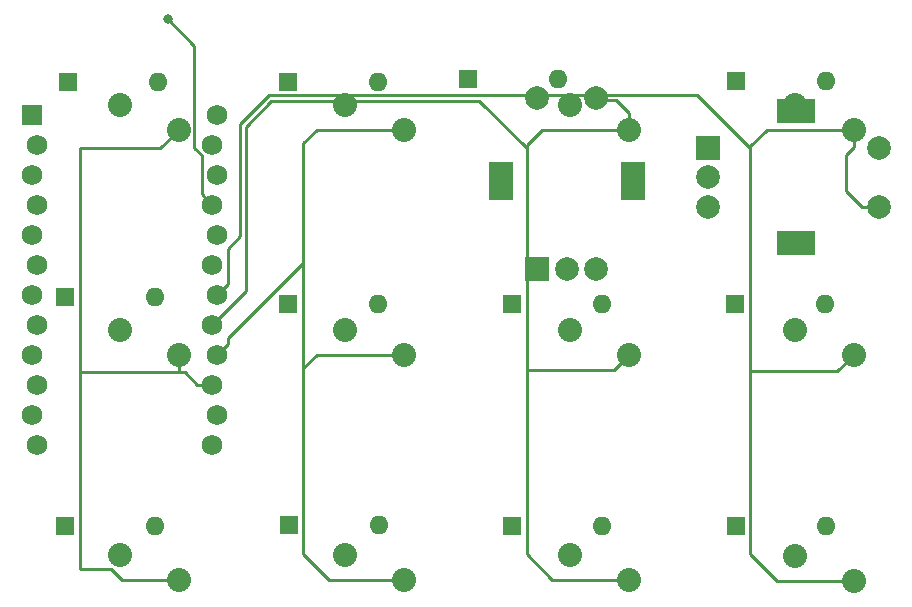
<source format=gbr>
G04 #@! TF.GenerationSoftware,KiCad,Pcbnew,(5.0.2)-1*
G04 #@! TF.CreationDate,2019-01-29T20:32:57-05:00*
G04 #@! TF.ProjectId,4x5macro,3478356d-6163-4726-9f2e-6b696361645f,rev?*
G04 #@! TF.SameCoordinates,Original*
G04 #@! TF.FileFunction,Copper,L2,Bot*
G04 #@! TF.FilePolarity,Positive*
%FSLAX46Y46*%
G04 Gerber Fmt 4.6, Leading zero omitted, Abs format (unit mm)*
G04 Created by KiCad (PCBNEW (5.0.2)-1) date 1/29/2019 8:32:57 PM*
%MOMM*%
%LPD*%
G01*
G04 APERTURE LIST*
G04 #@! TA.AperFunction,ComponentPad*
%ADD10C,2.032000*%
G04 #@! TD*
G04 #@! TA.AperFunction,ComponentPad*
%ADD11R,2.000000X2.000000*%
G04 #@! TD*
G04 #@! TA.AperFunction,ComponentPad*
%ADD12C,2.000000*%
G04 #@! TD*
G04 #@! TA.AperFunction,ComponentPad*
%ADD13R,2.000000X3.200000*%
G04 #@! TD*
G04 #@! TA.AperFunction,ComponentPad*
%ADD14R,3.200000X2.000000*%
G04 #@! TD*
G04 #@! TA.AperFunction,ComponentPad*
%ADD15C,1.752600*%
G04 #@! TD*
G04 #@! TA.AperFunction,ComponentPad*
%ADD16R,1.752600X1.752600*%
G04 #@! TD*
G04 #@! TA.AperFunction,ComponentPad*
%ADD17R,1.600000X1.600000*%
G04 #@! TD*
G04 #@! TA.AperFunction,ComponentPad*
%ADD18O,1.600000X1.600000*%
G04 #@! TD*
G04 #@! TA.AperFunction,ViaPad*
%ADD19C,0.800000*%
G04 #@! TD*
G04 #@! TA.AperFunction,Conductor*
%ADD20C,0.250000*%
G04 #@! TD*
G04 APERTURE END LIST*
D10*
G04 #@! TO.P,SW9,1*
G04 #@! TO.N,Net-(D8-Pad2)*
X77724000Y-47059000D03*
G04 #@! TO.P,SW9,2*
G04 #@! TO.N,Net-(SW1-PadS1)*
X82724000Y-49159000D03*
G04 #@! TD*
D11*
G04 #@! TO.P,SW1,A*
G04 #@! TO.N,Net-(SW1-PadA)*
X74930000Y-41910000D03*
D12*
G04 #@! TO.P,SW1,C*
G04 #@! TO.N,Net-(SW1-PadC)*
X77430000Y-41910000D03*
G04 #@! TO.P,SW1,B*
G04 #@! TO.N,Net-(SW1-PadB)*
X79930000Y-41910000D03*
D13*
G04 #@! TO.P,SW1,MP*
G04 #@! TO.N,N/C*
X71830000Y-34410000D03*
X83030000Y-34410000D03*
D12*
G04 #@! TO.P,SW1,S2*
G04 #@! TO.N,Net-(D7-Pad2)*
X74930000Y-27410000D03*
G04 #@! TO.P,SW1,S1*
G04 #@! TO.N,Net-(SW1-PadS1)*
X79930000Y-27410000D03*
G04 #@! TD*
D11*
G04 #@! TO.P,SW14,A*
G04 #@! TO.N,Net-(SW14-PadA)*
X89344500Y-31623000D03*
D12*
G04 #@! TO.P,SW14,C*
G04 #@! TO.N,Net-(SW1-PadC)*
X89344500Y-34123000D03*
G04 #@! TO.P,SW14,B*
G04 #@! TO.N,Net-(SW14-PadB)*
X89344500Y-36623000D03*
D14*
G04 #@! TO.P,SW14,MP*
G04 #@! TO.N,N/C*
X96844500Y-28523000D03*
X96844500Y-39723000D03*
D12*
G04 #@! TO.P,SW14,S2*
G04 #@! TO.N,Net-(D10-Pad2)*
X103844500Y-31623000D03*
G04 #@! TO.P,SW14,S1*
G04 #@! TO.N,Net-(SW11-Pad2)*
X103844500Y-36623000D03*
G04 #@! TD*
D10*
G04 #@! TO.P,SW7,1*
G04 #@! TO.N,Net-(D6-Pad2)*
X58610500Y-66109000D03*
G04 #@! TO.P,SW7,2*
G04 #@! TO.N,Net-(SW5-Pad2)*
X63610500Y-68209000D03*
G04 #@! TD*
D15*
G04 #@! TO.P,U1,24*
G04 #@! TO.N,Net-(U1-Pad24)*
X47853600Y-28829000D03*
G04 #@! TO.P,U1,12*
G04 #@! TO.N,Net-(D12-Pad1)*
X32613600Y-56769000D03*
G04 #@! TO.P,U1,23*
G04 #@! TO.N,Net-(SW1-PadC)*
X47396400Y-31369000D03*
G04 #@! TO.P,U1,22*
G04 #@! TO.N,Net-(U1-Pad22)*
X47853600Y-33909000D03*
G04 #@! TO.P,U1,21*
G04 #@! TO.N,Net-(D13-Pad3)*
X47396400Y-36449000D03*
G04 #@! TO.P,U1,20*
G04 #@! TO.N,Net-(SW1-PadA)*
X47853600Y-38989000D03*
G04 #@! TO.P,U1,19*
G04 #@! TO.N,Net-(SW1-PadB)*
X47396400Y-41529000D03*
G04 #@! TO.P,U1,18*
G04 #@! TO.N,Net-(SW11-Pad2)*
X47853600Y-44069000D03*
G04 #@! TO.P,U1,17*
G04 #@! TO.N,Net-(SW1-PadS1)*
X47396400Y-46609000D03*
G04 #@! TO.P,U1,16*
G04 #@! TO.N,Net-(SW5-Pad2)*
X47853600Y-49149000D03*
G04 #@! TO.P,U1,15*
G04 #@! TO.N,Net-(SW2-Pad2)*
X47396400Y-51689000D03*
G04 #@! TO.P,U1,14*
G04 #@! TO.N,Net-(SW14-PadA)*
X47853600Y-54229000D03*
G04 #@! TO.P,U1,13*
G04 #@! TO.N,Net-(SW14-PadB)*
X47396400Y-56769000D03*
G04 #@! TO.P,U1,11*
G04 #@! TO.N,Net-(D11-Pad1)*
X32156400Y-54229000D03*
G04 #@! TO.P,U1,10*
G04 #@! TO.N,Net-(U1-Pad10)*
X32613600Y-51689000D03*
G04 #@! TO.P,U1,9*
G04 #@! TO.N,Net-(U1-Pad9)*
X32156400Y-49149000D03*
G04 #@! TO.P,U1,8*
G04 #@! TO.N,Net-(U1-Pad8)*
X32613600Y-46609000D03*
G04 #@! TO.P,U1,7*
G04 #@! TO.N,Net-(D1-Pad1)*
X32156400Y-44069000D03*
G04 #@! TO.P,U1,6*
G04 #@! TO.N,Net-(U1-Pad6)*
X32613600Y-41529000D03*
G04 #@! TO.P,U1,5*
G04 #@! TO.N,Net-(D13-Pad4)*
X32156400Y-38989000D03*
G04 #@! TO.P,U1,4*
G04 #@! TO.N,Net-(D13-Pad1)*
X32613600Y-36449000D03*
G04 #@! TO.P,U1,3*
G04 #@! TO.N,Net-(U1-Pad3)*
X32156400Y-33909000D03*
G04 #@! TO.P,U1,2*
G04 #@! TO.N,Net-(U1-Pad2)*
X32613600Y-31369000D03*
D16*
G04 #@! TO.P,U1,1*
G04 #@! TO.N,Net-(U1-Pad1)*
X32156400Y-28829000D03*
G04 #@! TD*
D10*
G04 #@! TO.P,SW4,1*
G04 #@! TO.N,Net-(D3-Pad2)*
X39624000Y-66109000D03*
G04 #@! TO.P,SW4,2*
G04 #@! TO.N,Net-(SW2-Pad2)*
X44624000Y-68209000D03*
G04 #@! TD*
G04 #@! TO.P,SW6,1*
G04 #@! TO.N,Net-(D5-Pad2)*
X58610500Y-47059000D03*
G04 #@! TO.P,SW6,2*
G04 #@! TO.N,Net-(SW5-Pad2)*
X63610500Y-49159000D03*
G04 #@! TD*
D17*
G04 #@! TO.P,D11,1*
G04 #@! TO.N,Net-(D11-Pad1)*
X91694000Y-44831000D03*
D18*
G04 #@! TO.P,D11,2*
G04 #@! TO.N,Net-(D11-Pad2)*
X99314000Y-44831000D03*
G04 #@! TD*
D10*
G04 #@! TO.P,SW11,1*
G04 #@! TO.N,Net-(D10-Pad2)*
X96774000Y-28009000D03*
G04 #@! TO.P,SW11,2*
G04 #@! TO.N,Net-(SW11-Pad2)*
X101774000Y-30109000D03*
G04 #@! TD*
G04 #@! TO.P,SW3,1*
G04 #@! TO.N,Net-(D2-Pad2)*
X39560500Y-47059000D03*
G04 #@! TO.P,SW3,2*
G04 #@! TO.N,Net-(SW2-Pad2)*
X44560500Y-49159000D03*
G04 #@! TD*
G04 #@! TO.P,SW2,1*
G04 #@! TO.N,Net-(D1-Pad2)*
X39560500Y-28009000D03*
G04 #@! TO.P,SW2,2*
G04 #@! TO.N,Net-(SW2-Pad2)*
X44560500Y-30109000D03*
G04 #@! TD*
G04 #@! TO.P,SW5,1*
G04 #@! TO.N,Net-(D4-Pad2)*
X58674000Y-28009000D03*
G04 #@! TO.P,SW5,2*
G04 #@! TO.N,Net-(SW5-Pad2)*
X63674000Y-30109000D03*
G04 #@! TD*
G04 #@! TO.P,SW8,1*
G04 #@! TO.N,Net-(D7-Pad2)*
X77660500Y-28009000D03*
G04 #@! TO.P,SW8,2*
G04 #@! TO.N,Net-(SW1-PadS1)*
X82660500Y-30109000D03*
G04 #@! TD*
G04 #@! TO.P,SW10,1*
G04 #@! TO.N,Net-(D9-Pad2)*
X77660500Y-66109000D03*
G04 #@! TO.P,SW10,2*
G04 #@! TO.N,Net-(SW1-PadS1)*
X82660500Y-68209000D03*
G04 #@! TD*
G04 #@! TO.P,SW12,1*
G04 #@! TO.N,Net-(D11-Pad2)*
X96710500Y-47059000D03*
G04 #@! TO.P,SW12,2*
G04 #@! TO.N,Net-(SW11-Pad2)*
X101710500Y-49159000D03*
G04 #@! TD*
G04 #@! TO.P,SW13,1*
G04 #@! TO.N,Net-(D12-Pad2)*
X96774000Y-66172500D03*
G04 #@! TO.P,SW13,2*
G04 #@! TO.N,Net-(SW11-Pad2)*
X101774000Y-68272500D03*
G04 #@! TD*
D17*
G04 #@! TO.P,D1,1*
G04 #@! TO.N,Net-(D1-Pad1)*
X35179000Y-26035000D03*
D18*
G04 #@! TO.P,D1,2*
G04 #@! TO.N,Net-(D1-Pad2)*
X42799000Y-26035000D03*
G04 #@! TD*
G04 #@! TO.P,D2,2*
G04 #@! TO.N,Net-(D2-Pad2)*
X42545000Y-44259500D03*
D17*
G04 #@! TO.P,D2,1*
G04 #@! TO.N,Net-(D11-Pad1)*
X34925000Y-44259500D03*
G04 #@! TD*
D18*
G04 #@! TO.P,D3,2*
G04 #@! TO.N,Net-(D3-Pad2)*
X42545000Y-63627000D03*
D17*
G04 #@! TO.P,D3,1*
G04 #@! TO.N,Net-(D12-Pad1)*
X34925000Y-63627000D03*
G04 #@! TD*
G04 #@! TO.P,D4,1*
G04 #@! TO.N,Net-(D1-Pad1)*
X53848000Y-26035000D03*
D18*
G04 #@! TO.P,D4,2*
G04 #@! TO.N,Net-(D4-Pad2)*
X61468000Y-26035000D03*
G04 #@! TD*
D17*
G04 #@! TO.P,D5,1*
G04 #@! TO.N,Net-(D11-Pad1)*
X53848000Y-44831000D03*
D18*
G04 #@! TO.P,D5,2*
G04 #@! TO.N,Net-(D5-Pad2)*
X61468000Y-44831000D03*
G04 #@! TD*
D17*
G04 #@! TO.P,D6,1*
G04 #@! TO.N,Net-(D12-Pad1)*
X53911500Y-63563500D03*
D18*
G04 #@! TO.P,D6,2*
G04 #@! TO.N,Net-(D6-Pad2)*
X61531500Y-63563500D03*
G04 #@! TD*
D17*
G04 #@! TO.P,D7,1*
G04 #@! TO.N,Net-(D1-Pad1)*
X69088000Y-25844500D03*
D18*
G04 #@! TO.P,D7,2*
G04 #@! TO.N,Net-(D7-Pad2)*
X76708000Y-25844500D03*
G04 #@! TD*
G04 #@! TO.P,D8,2*
G04 #@! TO.N,Net-(D8-Pad2)*
X80391000Y-44831000D03*
D17*
G04 #@! TO.P,D8,1*
G04 #@! TO.N,Net-(D11-Pad1)*
X72771000Y-44831000D03*
G04 #@! TD*
D18*
G04 #@! TO.P,D9,2*
G04 #@! TO.N,Net-(D9-Pad2)*
X80391000Y-63627000D03*
D17*
G04 #@! TO.P,D9,1*
G04 #@! TO.N,Net-(D12-Pad1)*
X72771000Y-63627000D03*
G04 #@! TD*
D18*
G04 #@! TO.P,D10,2*
G04 #@! TO.N,Net-(D10-Pad2)*
X99377500Y-25971500D03*
D17*
G04 #@! TO.P,D10,1*
G04 #@! TO.N,Net-(D1-Pad1)*
X91757500Y-25971500D03*
G04 #@! TD*
D18*
G04 #@! TO.P,D12,2*
G04 #@! TO.N,Net-(D12-Pad2)*
X99377500Y-63627000D03*
D17*
G04 #@! TO.P,D12,1*
G04 #@! TO.N,Net-(D12-Pad1)*
X91757500Y-63627000D03*
G04 #@! TD*
D19*
G04 #@! TO.N,Net-(D13-Pad3)*
X43688000Y-20764500D03*
G04 #@! TD*
D20*
G04 #@! TO.N,Net-(SW2-Pad2)*
X36195000Y-33848474D02*
X36195000Y-33591500D01*
X36195000Y-33591500D02*
X36195000Y-50609500D01*
X37811446Y-50609500D02*
X36195000Y-50609500D01*
X45077625Y-50609500D02*
X37811446Y-50609500D01*
X46157125Y-51689000D02*
X45077625Y-50609500D01*
X47396400Y-51689000D02*
X46157125Y-51689000D01*
X42983000Y-31686500D02*
X44560500Y-30109000D01*
X36195000Y-33591500D02*
X36195000Y-31686500D01*
X36195000Y-31686500D02*
X42983000Y-31686500D01*
X44560500Y-50595840D02*
X44560500Y-49159000D01*
X44574160Y-50609500D02*
X44560500Y-50595840D01*
X45077625Y-50609500D02*
X44574160Y-50609500D01*
X43187160Y-68209000D02*
X44624000Y-68209000D01*
X39739318Y-68209000D02*
X43187160Y-68209000D01*
X38840318Y-67310000D02*
X39739318Y-68209000D01*
X36195000Y-67310000D02*
X38840318Y-67310000D01*
X36195000Y-67310000D02*
X36195000Y-50609500D01*
G04 #@! TO.N,Net-(SW5-Pad2)*
X55118000Y-33302946D02*
X55118000Y-31686500D01*
X55118000Y-41375998D02*
X55118000Y-33302946D01*
X48729899Y-47764099D02*
X50101500Y-46392498D01*
X48729899Y-48272701D02*
X48729899Y-47764099D01*
X47853600Y-49149000D02*
X48729899Y-48272701D01*
X49884998Y-46609000D02*
X50101500Y-46392498D01*
X50101500Y-46392498D02*
X55118000Y-41375998D01*
X55118000Y-31686500D02*
X55118000Y-31242000D01*
X56251000Y-30109000D02*
X63674000Y-30109000D01*
X55118000Y-31242000D02*
X56251000Y-30109000D01*
X55118000Y-31686500D02*
X55118000Y-50609500D01*
X55118000Y-50800000D02*
X55118000Y-50292000D01*
X55118000Y-50609500D02*
X55118000Y-50800000D01*
X56251000Y-49159000D02*
X63610500Y-49159000D01*
X55118000Y-50292000D02*
X56251000Y-49159000D01*
X57287000Y-68209000D02*
X55118000Y-66040000D01*
X63610500Y-68209000D02*
X57287000Y-68209000D01*
X55118000Y-50800000D02*
X55118000Y-66040000D01*
G04 #@! TO.N,Net-(SW11-Pad2)*
X92964000Y-33302946D02*
X92964000Y-50609500D01*
X92964000Y-31686500D02*
X92964000Y-33302946D01*
X88437501Y-27160001D02*
X52214999Y-27160001D01*
X92964000Y-31686500D02*
X88437501Y-27160001D01*
X52214999Y-27160001D02*
X49784000Y-29591000D01*
X49784000Y-29591000D02*
X49784000Y-39141400D01*
X48729899Y-40195501D02*
X49784000Y-39141400D01*
X48729899Y-43192701D02*
X48729899Y-40195501D01*
X47853600Y-44069000D02*
X48729899Y-43192701D01*
X94351000Y-30109000D02*
X101774000Y-30109000D01*
X92964000Y-31686500D02*
X92964000Y-31496000D01*
X92964000Y-31496000D02*
X94351000Y-30109000D01*
X92964000Y-50800000D02*
X92964000Y-50546000D01*
X92964000Y-50800000D02*
X92964000Y-52225946D01*
X92964000Y-50609500D02*
X92964000Y-50800000D01*
X100323500Y-50546000D02*
X101710500Y-49159000D01*
X92964000Y-50546000D02*
X100323500Y-50546000D01*
X95196500Y-68272500D02*
X92964000Y-66040000D01*
X101774000Y-68272500D02*
X95196500Y-68272500D01*
X92964000Y-52225946D02*
X92964000Y-66040000D01*
X102430287Y-36623000D02*
X103844500Y-36623000D01*
X101098099Y-35290812D02*
X102430287Y-36623000D01*
X101098099Y-32221741D02*
X101098099Y-35290812D01*
X101774000Y-31545840D02*
X101098099Y-32221741D01*
X101774000Y-30109000D02*
X101774000Y-31545840D01*
G04 #@! TO.N,Net-(D13-Pad3)*
X45901501Y-31652027D02*
X45901501Y-22978001D01*
X46520101Y-32270627D02*
X45901501Y-31652027D01*
X47396400Y-36449000D02*
X46520101Y-35572701D01*
X46520101Y-35572701D02*
X46520101Y-32270627D01*
X45901501Y-22978001D02*
X43688000Y-20764500D01*
X43688000Y-20764500D02*
X43688000Y-20764500D01*
G04 #@! TO.N,Net-(SW1-PadS1)*
X74041000Y-50609500D02*
X74041000Y-31686500D01*
X50234010Y-43771390D02*
X47396400Y-46609000D01*
X50234010Y-29839490D02*
X50234010Y-43771390D01*
X52395001Y-27678499D02*
X50234010Y-29839490D01*
X74041000Y-31686500D02*
X70032999Y-27678499D01*
X70032999Y-27678499D02*
X52395001Y-27678499D01*
X75301000Y-30109000D02*
X82660500Y-30109000D01*
X74041000Y-31686500D02*
X74041000Y-31369000D01*
X74041000Y-31369000D02*
X75301000Y-30109000D01*
X74041000Y-50609500D02*
X74041000Y-50419000D01*
X81464000Y-50419000D02*
X82724000Y-49159000D01*
X74041000Y-50419000D02*
X81464000Y-50419000D01*
X76210000Y-68209000D02*
X74041000Y-66040000D01*
X82660500Y-68209000D02*
X76210000Y-68209000D01*
X74041000Y-66040000D02*
X74041000Y-50609500D01*
X81598351Y-27610011D02*
X79930000Y-27610011D01*
X82660500Y-28672160D02*
X81598351Y-27610011D01*
X82660500Y-30109000D02*
X82660500Y-28672160D01*
G04 #@! TD*
M02*

</source>
